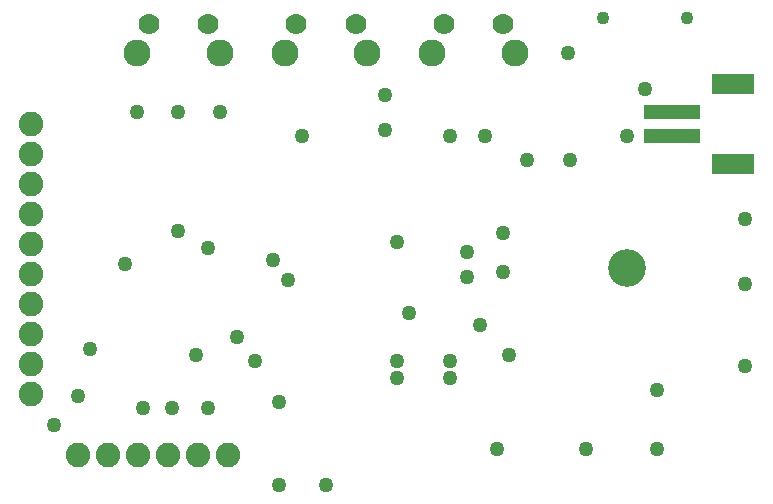
<source format=gbs>
G75*
%MOIN*%
%OFA0B0*%
%FSLAX25Y25*%
%IPPOS*%
%LPD*%
%AMOC8*
5,1,8,0,0,1.08239X$1,22.5*
%
%ADD10C,0.08200*%
%ADD11R,0.18910X0.04737*%
%ADD12R,0.14186X0.07099*%
%ADD13C,0.04343*%
%ADD14C,0.09000*%
%ADD15C,0.07000*%
%ADD16C,0.12611*%
%ADD17C,0.04965*%
D10*
X0024622Y0024622D03*
X0034622Y0024622D03*
X0044622Y0024622D03*
X0054622Y0024622D03*
X0064622Y0024622D03*
X0074622Y0024622D03*
X0008874Y0044858D03*
X0008874Y0054858D03*
X0008874Y0064858D03*
X0008874Y0074858D03*
X0008874Y0084858D03*
X0008874Y0094858D03*
X0008874Y0104858D03*
X0008874Y0114858D03*
X0008874Y0124858D03*
X0008874Y0134858D03*
D11*
X0222654Y0130921D03*
X0222654Y0138795D03*
D12*
X0243126Y0148244D03*
X0243126Y0121472D03*
D13*
X0227575Y0170291D03*
X0199622Y0170291D03*
D14*
X0170291Y0158480D03*
X0142732Y0158480D03*
X0121079Y0158480D03*
X0093520Y0158480D03*
X0071866Y0158480D03*
X0044307Y0158480D03*
D15*
X0048244Y0168323D03*
X0067929Y0168323D03*
X0097457Y0168323D03*
X0117142Y0168323D03*
X0146669Y0168323D03*
X0166354Y0168323D03*
D16*
X0207693Y0087024D03*
D17*
X0247063Y0081709D03*
X0247063Y0103362D03*
X0207693Y0130921D03*
X0188598Y0123047D03*
X0174228Y0123047D03*
X0160449Y0130921D03*
X0148638Y0130921D03*
X0126984Y0132890D03*
X0126984Y0144701D03*
X0099425Y0130921D03*
X0071866Y0138795D03*
X0058087Y0138795D03*
X0044307Y0138795D03*
X0058087Y0099425D03*
X0067929Y0093520D03*
X0089583Y0089583D03*
X0094701Y0082890D03*
X0077772Y0063992D03*
X0083677Y0056118D03*
X0091551Y0042339D03*
X0067929Y0040370D03*
X0056118Y0040370D03*
X0046276Y0040370D03*
X0024622Y0044307D03*
X0016748Y0034465D03*
X0028559Y0060055D03*
X0063992Y0058087D03*
X0040370Y0088402D03*
X0130921Y0095488D03*
X0154150Y0092339D03*
X0154150Y0084071D03*
X0166354Y0085646D03*
X0166354Y0098638D03*
X0134858Y0071866D03*
X0130921Y0056118D03*
X0130921Y0050213D03*
X0148638Y0050213D03*
X0148638Y0056118D03*
X0158480Y0067929D03*
X0168323Y0058087D03*
X0164386Y0026591D03*
X0193913Y0026591D03*
X0217535Y0026591D03*
X0217535Y0046276D03*
X0247063Y0054150D03*
X0213598Y0146669D03*
X0188008Y0158480D03*
X0107299Y0014780D03*
X0091551Y0014780D03*
M02*

</source>
